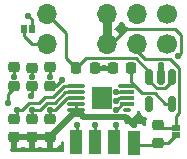
<source format=gtl>
%TF.GenerationSoftware,KiCad,Pcbnew,(6.0.5)*%
%TF.CreationDate,2022-06-13T10:30:57+10:00*%
%TF.ProjectId,1-Chip,312d4368-6970-42e6-9b69-6361645f7063,3.2*%
%TF.SameCoordinates,Original*%
%TF.FileFunction,Copper,L1,Top*%
%TF.FilePolarity,Positive*%
%FSLAX46Y46*%
G04 Gerber Fmt 4.6, Leading zero omitted, Abs format (unit mm)*
G04 Created by KiCad (PCBNEW (6.0.5)) date 2022-06-13 10:30:57*
%MOMM*%
%LPD*%
G01*
G04 APERTURE LIST*
G04 Aperture macros list*
%AMRoundRect*
0 Rectangle with rounded corners*
0 $1 Rounding radius*
0 $2 $3 $4 $5 $6 $7 $8 $9 X,Y pos of 4 corners*
0 Add a 4 corners polygon primitive as box body*
4,1,4,$2,$3,$4,$5,$6,$7,$8,$9,$2,$3,0*
0 Add four circle primitives for the rounded corners*
1,1,$1+$1,$2,$3*
1,1,$1+$1,$4,$5*
1,1,$1+$1,$6,$7*
1,1,$1+$1,$8,$9*
0 Add four rect primitives between the rounded corners*
20,1,$1+$1,$2,$3,$4,$5,0*
20,1,$1+$1,$4,$5,$6,$7,0*
20,1,$1+$1,$6,$7,$8,$9,0*
20,1,$1+$1,$8,$9,$2,$3,0*%
G04 Aperture macros list end*
%TA.AperFunction,ComponentPad*%
%ADD10C,1.700000*%
%TD*%
%TA.AperFunction,ComponentPad*%
%ADD11O,1.700000X1.700000*%
%TD*%
%TA.AperFunction,SMDPad,CuDef*%
%ADD12R,1.050000X2.100000*%
%TD*%
%TA.AperFunction,SMDPad,CuDef*%
%ADD13RoundRect,0.225000X-0.250000X0.225000X-0.250000X-0.225000X0.250000X-0.225000X0.250000X0.225000X0*%
%TD*%
%TA.AperFunction,SMDPad,CuDef*%
%ADD14R,0.750000X0.500000*%
%TD*%
%TA.AperFunction,SMDPad,CuDef*%
%ADD15RoundRect,0.150000X-0.150000X0.512500X-0.150000X-0.512500X0.150000X-0.512500X0.150000X0.512500X0*%
%TD*%
%TA.AperFunction,SMDPad,CuDef*%
%ADD16RoundRect,0.225000X0.225000X0.250000X-0.225000X0.250000X-0.225000X-0.250000X0.225000X-0.250000X0*%
%TD*%
%TA.AperFunction,SMDPad,CuDef*%
%ADD17R,0.500000X0.750000*%
%TD*%
%TA.AperFunction,SMDPad,CuDef*%
%ADD18RoundRect,0.225000X-0.225000X-0.250000X0.225000X-0.250000X0.225000X0.250000X-0.225000X0.250000X0*%
%TD*%
%TA.AperFunction,SMDPad,CuDef*%
%ADD19RoundRect,0.075000X-0.650000X-0.075000X0.650000X-0.075000X0.650000X0.075000X-0.650000X0.075000X0*%
%TD*%
%TA.AperFunction,SMDPad,CuDef*%
%ADD20R,1.680000X1.880000*%
%TD*%
%TA.AperFunction,SMDPad,CuDef*%
%ADD21RoundRect,0.075000X-0.550000X-0.075000X0.550000X-0.075000X0.550000X0.075000X-0.550000X0.075000X0*%
%TD*%
%TA.AperFunction,SMDPad,CuDef*%
%ADD22RoundRect,0.075000X-0.225000X-0.075000X0.225000X-0.075000X0.225000X0.075000X-0.225000X0.075000X0*%
%TD*%
%TA.AperFunction,ViaPad*%
%ADD23C,0.550000*%
%TD*%
%TA.AperFunction,Conductor*%
%ADD24C,0.750000*%
%TD*%
%TA.AperFunction,Conductor*%
%ADD25C,0.250000*%
%TD*%
%TA.AperFunction,Conductor*%
%ADD26C,0.300000*%
%TD*%
%TA.AperFunction,Conductor*%
%ADD27C,0.500000*%
%TD*%
%TA.AperFunction,Conductor*%
%ADD28C,0.254000*%
%TD*%
G04 APERTURE END LIST*
D10*
X148082000Y-99060000D03*
X148082000Y-96520000D03*
D11*
X145542000Y-99060000D03*
X145542000Y-96520000D03*
X143002000Y-99060000D03*
X143002000Y-96520000D03*
X137922000Y-99060000D03*
X137922000Y-96520000D03*
D12*
X145288000Y-107442000D03*
X140409000Y-107401000D03*
X142009000Y-107401000D03*
X143609000Y-107401000D03*
D13*
X136652000Y-105397000D03*
X136652000Y-106947000D03*
X138176000Y-102616000D03*
X138176000Y-101066000D03*
X136652000Y-102629000D03*
X136652000Y-101079000D03*
X147320000Y-107455000D03*
X147320000Y-105905000D03*
X135128000Y-102616000D03*
X135128000Y-101066000D03*
D14*
X148844000Y-106809000D03*
X148844000Y-106159000D03*
D15*
X147574000Y-101854000D03*
X148524000Y-101854000D03*
X146624000Y-104129000D03*
X148524000Y-104129000D03*
X146624000Y-101854000D03*
D16*
X143497000Y-101092000D03*
X145047000Y-101092000D03*
D17*
X136652000Y-97790000D03*
X136002000Y-97790000D03*
D13*
X135128000Y-105423000D03*
X135128000Y-106973000D03*
D18*
X141985000Y-101100000D03*
X140435000Y-101100000D03*
D13*
X138176000Y-105410000D03*
X138176000Y-106960000D03*
D19*
X144732000Y-102670000D03*
X140432000Y-104670000D03*
D20*
X142582000Y-103670000D03*
D21*
X144732000Y-103170000D03*
X144732000Y-103670000D03*
X144732000Y-104170000D03*
D22*
X144732000Y-104670000D03*
D19*
X140432000Y-104170000D03*
X140432000Y-103670000D03*
X140432000Y-103170000D03*
X140432000Y-102670000D03*
D23*
X142740000Y-101120000D03*
X149050000Y-100110000D03*
X136360000Y-96680000D03*
X145330000Y-105910000D03*
X139192000Y-102108000D03*
X136630000Y-103470000D03*
X134620000Y-104050000D03*
X143764000Y-103124000D03*
X143764000Y-103886000D03*
X143764000Y-104648000D03*
X138176000Y-101841000D03*
X136652000Y-101854000D03*
X138176000Y-104648000D03*
X136652000Y-104648000D03*
X135382000Y-104648000D03*
X140462000Y-105918000D03*
X143764000Y-105918000D03*
X141986000Y-105918000D03*
X147580000Y-100860000D03*
X135128000Y-101841000D03*
D24*
X143002000Y-96520000D02*
X143002000Y-99060000D01*
D25*
X148198000Y-107455000D02*
X148844000Y-106809000D01*
X147320000Y-107455000D02*
X148198000Y-107455000D01*
D26*
X143489000Y-101100000D02*
X143497000Y-101092000D01*
X141985000Y-101100000D02*
X143489000Y-101100000D01*
D25*
X136652000Y-103448000D02*
X136630000Y-103470000D01*
X136652000Y-102629000D02*
X136652000Y-103448000D01*
D27*
X140785000Y-105023000D02*
X140881000Y-105119000D01*
X140113000Y-105023000D02*
X140785000Y-105023000D01*
X140881000Y-105119000D02*
X141009511Y-105247511D01*
X140432000Y-104670000D02*
X140881000Y-105119000D01*
X140113000Y-105023000D02*
X138176000Y-106960000D01*
X140432000Y-104704000D02*
X140113000Y-105023000D01*
D25*
X140432000Y-104670000D02*
X140432000Y-104704000D01*
X138163000Y-106973000D02*
X138176000Y-106960000D01*
D27*
X135128000Y-106973000D02*
X138163000Y-106973000D01*
D28*
X149280000Y-99880000D02*
X149050000Y-100110000D01*
X149280000Y-98330000D02*
X149280000Y-99880000D01*
X144620000Y-97810000D02*
X148760000Y-97810000D01*
X148760000Y-97810000D02*
X149280000Y-98330000D01*
X143370000Y-99060000D02*
X144620000Y-97810000D01*
X143002000Y-99060000D02*
X143370000Y-99060000D01*
D25*
X147305310Y-102841020D02*
X147920552Y-102841020D01*
X148524000Y-102237572D02*
X147920552Y-102841020D01*
X148524000Y-101854000D02*
X148524000Y-102237572D01*
X146624000Y-102224000D02*
X147230000Y-102830000D01*
X146624000Y-101854000D02*
X146624000Y-102224000D01*
X146624000Y-101854000D02*
X146624000Y-102334000D01*
X147957572Y-104129000D02*
X147083427Y-103254855D01*
X145882006Y-103140289D02*
X146001717Y-103260000D01*
X145882006Y-103130000D02*
X145882006Y-103140289D01*
X145422006Y-102670000D02*
X144732000Y-102670000D01*
X146001717Y-103260000D02*
X147078283Y-103260000D01*
X147957572Y-104129000D02*
X148524000Y-104129000D01*
X145546003Y-102793997D02*
X145882006Y-103130000D01*
X146624000Y-101854000D02*
X146624000Y-102237572D01*
X147580000Y-101848000D02*
X147574000Y-101854000D01*
D27*
X147580000Y-100860000D02*
X147580000Y-101848000D01*
D25*
X136652000Y-96972000D02*
X136652000Y-97790000D01*
X136360000Y-96680000D02*
X136652000Y-96972000D01*
D28*
X148844000Y-105156000D02*
X148844000Y-106159000D01*
X146230163Y-100384480D02*
X148390480Y-100384480D01*
X148390480Y-100384480D02*
X149102920Y-101096920D01*
X149102920Y-104897080D02*
X148844000Y-105156000D01*
X145542000Y-99696316D02*
X146230163Y-100384480D01*
X145542000Y-99060000D02*
X145542000Y-99696316D01*
X149102920Y-101096920D02*
X149102920Y-104897080D01*
D25*
X141242520Y-100292480D02*
X145499618Y-100292480D01*
X140435000Y-101100000D02*
X141242520Y-100292480D01*
X145499618Y-100292480D02*
X146624000Y-101416862D01*
X139587479Y-100252479D02*
X140435000Y-101100000D01*
X139587479Y-98185479D02*
X139587479Y-100252479D01*
X137922000Y-96520000D02*
X139587479Y-98185479D01*
D27*
X144667511Y-105247511D02*
X145330000Y-105910000D01*
X141009511Y-105247511D02*
X144667511Y-105247511D01*
D25*
X138176000Y-106960000D02*
X138176000Y-106926000D01*
D28*
X143497000Y-99555000D02*
X143002000Y-99060000D01*
D25*
X145047000Y-102294994D02*
X145546003Y-102793997D01*
X145047000Y-101092000D02*
X145047000Y-102294994D01*
X145546003Y-102793997D02*
X145422006Y-102670000D01*
X145712006Y-102960000D02*
X145546003Y-102793997D01*
X146624000Y-101416862D02*
X146624000Y-101854000D01*
X146586480Y-101891520D02*
X146624000Y-101854000D01*
X146681454Y-101796546D02*
X146624000Y-101854000D01*
X138176000Y-102616000D02*
X138684000Y-102616000D01*
X138684000Y-102616000D02*
X139192000Y-102108000D01*
X134610000Y-104040000D02*
X134620000Y-104050000D01*
X135128000Y-102792000D02*
X134610000Y-103310000D01*
X134610000Y-103310000D02*
X134610000Y-104040000D01*
X136652000Y-103328000D02*
X136630000Y-103350000D01*
X137922000Y-102616000D02*
X138176000Y-102616000D01*
X138176000Y-102616000D02*
X137917138Y-102616000D01*
X138176000Y-101066000D02*
X138176000Y-101841000D01*
X136652000Y-101079000D02*
X136652000Y-101854000D01*
X135128000Y-101066000D02*
X135128000Y-101841000D01*
X143854978Y-104648000D02*
X143764000Y-104648000D01*
X144332978Y-104170000D02*
X143854978Y-104648000D01*
X144732000Y-104170000D02*
X144332978Y-104170000D01*
X143825994Y-103886000D02*
X144041994Y-103670000D01*
X144041994Y-103670000D02*
X144732000Y-103670000D01*
X143764000Y-103886000D02*
X143825994Y-103886000D01*
X143810000Y-103170000D02*
X144732000Y-103170000D01*
X143764000Y-103124000D02*
X143810000Y-103170000D01*
X144732000Y-102670000D02*
X144157838Y-102670000D01*
X144732000Y-104170000D02*
X144327838Y-104170000D01*
X144327838Y-104170000D02*
X144302358Y-104195480D01*
X139364902Y-102670000D02*
X140432000Y-102670000D01*
X138439933Y-103594969D02*
X139364902Y-102670000D01*
X137739820Y-103594969D02*
X138439933Y-103594969D01*
X137286299Y-104048489D02*
X137739820Y-103594969D01*
X136403673Y-104048489D02*
X137286299Y-104048489D01*
X135804162Y-104648000D02*
X136403673Y-104048489D01*
X135382000Y-104648000D02*
X135804162Y-104648000D01*
X138176000Y-104648000D02*
X138176000Y-105410000D01*
X135382000Y-105169000D02*
X135128000Y-105423000D01*
X135382000Y-104648000D02*
X135382000Y-105169000D01*
D28*
X136652000Y-104648000D02*
X136652000Y-105397000D01*
X135128000Y-106973000D02*
X135128000Y-107302000D01*
X139503448Y-103170000D02*
X140432000Y-103170000D01*
X138626959Y-104046489D02*
X139503448Y-103170000D01*
X136652000Y-104648000D02*
X137325334Y-104648000D01*
X137325334Y-104648000D02*
X137926845Y-104046489D01*
X137926845Y-104046489D02*
X138626959Y-104046489D01*
D25*
X139641994Y-103670000D02*
X140432000Y-103670000D01*
X138663994Y-104648000D02*
X139641994Y-103670000D01*
X138176000Y-104648000D02*
X138663994Y-104648000D01*
X140432000Y-104170000D02*
X140432000Y-104670000D01*
X140462000Y-107348000D02*
X140409000Y-107401000D01*
X140462000Y-105918000D02*
X140462000Y-107348000D01*
X143764000Y-107246000D02*
X143609000Y-107401000D01*
X143764000Y-105918000D02*
X143764000Y-107246000D01*
X134874000Y-102616000D02*
X135128000Y-102362000D01*
D28*
X146584480Y-101893520D02*
X146624000Y-101854000D01*
D25*
X145472520Y-107626520D02*
X147320000Y-107626520D01*
X145288000Y-107442000D02*
X145472520Y-107626520D01*
D28*
X145060000Y-100838000D02*
X145060000Y-101092000D01*
X140409000Y-107401000D02*
X140409000Y-106479000D01*
X142009000Y-107401000D02*
X142009000Y-105941000D01*
X142009000Y-105941000D02*
X141986000Y-105918000D01*
X143609000Y-107401000D02*
X143609000Y-106525000D01*
X136652000Y-106947000D02*
X136639000Y-106947000D01*
X143523000Y-101079000D02*
X143510000Y-101092000D01*
X136652000Y-106947000D02*
X136665000Y-106947000D01*
X147574000Y-106159000D02*
X147320000Y-105905000D01*
X148844000Y-106159000D02*
X147574000Y-106159000D01*
X136643000Y-99060000D02*
X137922000Y-99060000D01*
X136002000Y-98419000D02*
X136643000Y-99060000D01*
X136002000Y-97790000D02*
X136002000Y-98419000D01*
X146611000Y-101841000D02*
X146624000Y-101854000D01*
%TA.AperFunction,Conductor*%
G36*
X137648640Y-106701176D02*
G01*
X137649441Y-106697493D01*
X137688548Y-106706000D01*
X138304000Y-106706000D01*
X138372121Y-106726002D01*
X138418614Y-106779658D01*
X138430000Y-106832000D01*
X138430000Y-107899885D01*
X138434475Y-107915124D01*
X138435865Y-107916329D01*
X138443548Y-107918000D01*
X138471438Y-107918000D01*
X138477953Y-107917663D01*
X138570057Y-107908106D01*
X138583456Y-107905212D01*
X138732107Y-107855619D01*
X138745286Y-107849445D01*
X138878173Y-107767212D01*
X138889574Y-107758176D01*
X138999986Y-107647571D01*
X139008998Y-107636160D01*
X139091004Y-107503120D01*
X139097151Y-107489939D01*
X139129907Y-107391184D01*
X139170338Y-107332824D01*
X139235902Y-107305588D01*
X139305784Y-107318122D01*
X139357796Y-107366447D01*
X139375500Y-107430852D01*
X139375500Y-108080506D01*
X139355498Y-108148627D01*
X139301842Y-108195120D01*
X139249653Y-108206506D01*
X135177135Y-108211440D01*
X135157599Y-108209940D01*
X135143149Y-108207690D01*
X135143146Y-108207690D01*
X135134276Y-108206309D01*
X135125374Y-108207473D01*
X135125250Y-108207489D01*
X135094808Y-108207760D01*
X135074130Y-108205430D01*
X135032736Y-108200766D01*
X135005229Y-108194487D01*
X134928147Y-108167515D01*
X134902727Y-108155274D01*
X134878328Y-108139943D01*
X134831291Y-108086766D01*
X134820470Y-108016598D01*
X134850139Y-107950744D01*
X134872329Y-107925135D01*
X134874000Y-107917452D01*
X134874000Y-107912885D01*
X135382000Y-107912885D01*
X135386475Y-107928124D01*
X135387865Y-107929329D01*
X135395548Y-107931000D01*
X135423438Y-107931000D01*
X135429953Y-107930663D01*
X135522057Y-107921106D01*
X135535456Y-107918212D01*
X135684107Y-107868619D01*
X135697286Y-107862445D01*
X135830179Y-107780208D01*
X135831653Y-107779040D01*
X135832850Y-107778556D01*
X135836401Y-107776358D01*
X135836777Y-107776966D01*
X135897463Y-107752403D01*
X135967227Y-107765574D01*
X135976032Y-107770526D01*
X136083880Y-107837004D01*
X136097061Y-107843151D01*
X136245814Y-107892491D01*
X136259190Y-107895358D01*
X136350097Y-107904672D01*
X136356513Y-107905000D01*
X136379885Y-107905000D01*
X136395124Y-107900525D01*
X136396329Y-107899135D01*
X136398000Y-107891452D01*
X136398000Y-107886885D01*
X136906000Y-107886885D01*
X136910475Y-107902124D01*
X136911865Y-107903329D01*
X136919548Y-107905000D01*
X136947438Y-107905000D01*
X136953953Y-107904663D01*
X137046057Y-107895106D01*
X137059456Y-107892212D01*
X137208107Y-107842619D01*
X137221286Y-107836445D01*
X137337054Y-107764806D01*
X137405506Y-107745968D01*
X137469473Y-107764690D01*
X137607880Y-107850004D01*
X137621061Y-107856151D01*
X137769814Y-107905491D01*
X137783190Y-107908358D01*
X137874097Y-107917672D01*
X137880513Y-107918000D01*
X137903885Y-107918000D01*
X137919124Y-107913525D01*
X137920329Y-107912135D01*
X137922000Y-107904452D01*
X137922000Y-107232115D01*
X137917525Y-107216876D01*
X137916135Y-107215671D01*
X137908452Y-107214000D01*
X137207205Y-107214000D01*
X137179360Y-107205824D01*
X137178559Y-107209507D01*
X137139452Y-107201000D01*
X136924115Y-107201000D01*
X136908876Y-107205475D01*
X136907671Y-107206865D01*
X136906000Y-107214548D01*
X136906000Y-107886885D01*
X136398000Y-107886885D01*
X136398000Y-107219115D01*
X136393525Y-107203876D01*
X136392135Y-107202671D01*
X136384452Y-107201000D01*
X136169115Y-107201000D01*
X136125996Y-107213661D01*
X136113184Y-107221895D01*
X136077682Y-107227000D01*
X135400115Y-107227000D01*
X135384876Y-107231475D01*
X135383671Y-107232865D01*
X135382000Y-107240548D01*
X135382000Y-107912885D01*
X134874000Y-107912885D01*
X134874000Y-106845000D01*
X134894002Y-106776879D01*
X134947658Y-106730386D01*
X135000000Y-106719000D01*
X135610885Y-106719000D01*
X135654004Y-106706339D01*
X135666816Y-106698105D01*
X135702318Y-106693000D01*
X137620795Y-106693000D01*
X137648640Y-106701176D01*
G37*
%TD.AperFunction*%
%TA.AperFunction,Conductor*%
G36*
X145766016Y-104701927D02*
G01*
X145816813Y-104751527D01*
X145827950Y-104778073D01*
X145862643Y-104897488D01*
X145864855Y-104905101D01*
X145868892Y-104911927D01*
X145945509Y-105041480D01*
X145945511Y-105041483D01*
X145949547Y-105048307D01*
X146067193Y-105165953D01*
X146074017Y-105169989D01*
X146074020Y-105169991D01*
X146181589Y-105233607D01*
X146210399Y-105250645D01*
X146218009Y-105252856D01*
X146218014Y-105252858D01*
X146293820Y-105274881D01*
X146353656Y-105313094D01*
X146383334Y-105377590D01*
X146378261Y-105435544D01*
X146346851Y-105530243D01*
X146336500Y-105631268D01*
X146336500Y-105896941D01*
X146316498Y-105965062D01*
X146262842Y-106011555D01*
X146192568Y-106021659D01*
X146134935Y-105997767D01*
X146075644Y-105953331D01*
X146059705Y-105941385D01*
X145923316Y-105890255D01*
X145861134Y-105883500D01*
X144714866Y-105883500D01*
X144711474Y-105883868D01*
X144711464Y-105883869D01*
X144675415Y-105887785D01*
X144605533Y-105875256D01*
X144553518Y-105826935D01*
X144536594Y-105776569D01*
X144533649Y-105750316D01*
X144532864Y-105743318D01*
X144475057Y-105577319D01*
X144468874Y-105567424D01*
X144440034Y-105521269D01*
X144420898Y-105452900D01*
X144441764Y-105385039D01*
X144496005Y-105339231D01*
X144546888Y-105328500D01*
X144995244Y-105328500D01*
X144999330Y-105327962D01*
X144999331Y-105327962D01*
X145042991Y-105322214D01*
X145109324Y-105313481D01*
X145116951Y-105310322D01*
X145116954Y-105310321D01*
X145199739Y-105276030D01*
X145251268Y-105254686D01*
X145373157Y-105161157D01*
X145466686Y-105039267D01*
X145525481Y-104897324D01*
X145533851Y-104833750D01*
X145562574Y-104768823D01*
X145582068Y-104750236D01*
X145604926Y-104732696D01*
X145630249Y-104713264D01*
X145696467Y-104687663D01*
X145766016Y-104701927D01*
G37*
%TD.AperFunction*%
%TA.AperFunction,Conductor*%
G36*
X140524121Y-104348502D02*
G01*
X140570614Y-104402158D01*
X140582000Y-104454500D01*
X140582000Y-104742000D01*
X140561998Y-104810121D01*
X140508342Y-104856614D01*
X140456000Y-104868000D01*
X140408000Y-104868000D01*
X140339879Y-104847998D01*
X140293386Y-104794342D01*
X140282000Y-104742000D01*
X140282000Y-104454500D01*
X140302002Y-104386379D01*
X140355658Y-104339886D01*
X140408000Y-104328500D01*
X140456000Y-104328500D01*
X140524121Y-104348502D01*
G37*
%TD.AperFunction*%
%TA.AperFunction,Conductor*%
G36*
X143693121Y-100945982D02*
G01*
X143739614Y-100999638D01*
X143751000Y-101051980D01*
X143751000Y-101220000D01*
X143730998Y-101288121D01*
X143677342Y-101334614D01*
X143625000Y-101346000D01*
X143001115Y-101346000D01*
X142991252Y-101348896D01*
X142955754Y-101354000D01*
X141857000Y-101354000D01*
X141788879Y-101333998D01*
X141742386Y-101280342D01*
X141731000Y-101228000D01*
X141731000Y-101051980D01*
X141751002Y-100983859D01*
X141804658Y-100937366D01*
X141857000Y-100925980D01*
X143625000Y-100925980D01*
X143693121Y-100945982D01*
G37*
%TD.AperFunction*%
%TA.AperFunction,Conductor*%
G36*
X143198121Y-96286002D02*
G01*
X143244614Y-96339658D01*
X143256000Y-96392000D01*
X143256000Y-99188000D01*
X143235998Y-99256121D01*
X143182342Y-99302614D01*
X143130000Y-99314000D01*
X142874000Y-99314000D01*
X142805879Y-99293998D01*
X142759386Y-99240342D01*
X142748000Y-99188000D01*
X142748000Y-96392000D01*
X142768002Y-96323879D01*
X142821658Y-96277386D01*
X142874000Y-96266000D01*
X143130000Y-96266000D01*
X143198121Y-96286002D01*
G37*
%TD.AperFunction*%
%TA.AperFunction,Conductor*%
G36*
X144353751Y-97194678D02*
G01*
X144381579Y-97226511D01*
X144441987Y-97325088D01*
X144588250Y-97493938D01*
X144760126Y-97636632D01*
X144819435Y-97671289D01*
X144833445Y-97679476D01*
X144882169Y-97731114D01*
X144895240Y-97800897D01*
X144868509Y-97866669D01*
X144828055Y-97900027D01*
X144815607Y-97906507D01*
X144811474Y-97909610D01*
X144811471Y-97909612D01*
X144641100Y-98037530D01*
X144636965Y-98040635D01*
X144633393Y-98044373D01*
X144511925Y-98171482D01*
X144482629Y-98202138D01*
X144479720Y-98206403D01*
X144479714Y-98206411D01*
X144475191Y-98213041D01*
X144375204Y-98359618D01*
X144374898Y-98360066D01*
X144319987Y-98405069D01*
X144249462Y-98413240D01*
X144185715Y-98381986D01*
X144165018Y-98357502D01*
X144084426Y-98232926D01*
X144078136Y-98224757D01*
X143934806Y-98067240D01*
X143927273Y-98060215D01*
X143760139Y-97928222D01*
X143751552Y-97922517D01*
X143714116Y-97901851D01*
X143664146Y-97851419D01*
X143649374Y-97781976D01*
X143674490Y-97715571D01*
X143701842Y-97688964D01*
X143877327Y-97563792D01*
X143885200Y-97557139D01*
X144036052Y-97406812D01*
X144042730Y-97398965D01*
X144170022Y-97221819D01*
X144171279Y-97222722D01*
X144218373Y-97179362D01*
X144288311Y-97167145D01*
X144353751Y-97194678D01*
G37*
%TD.AperFunction*%
M02*

</source>
